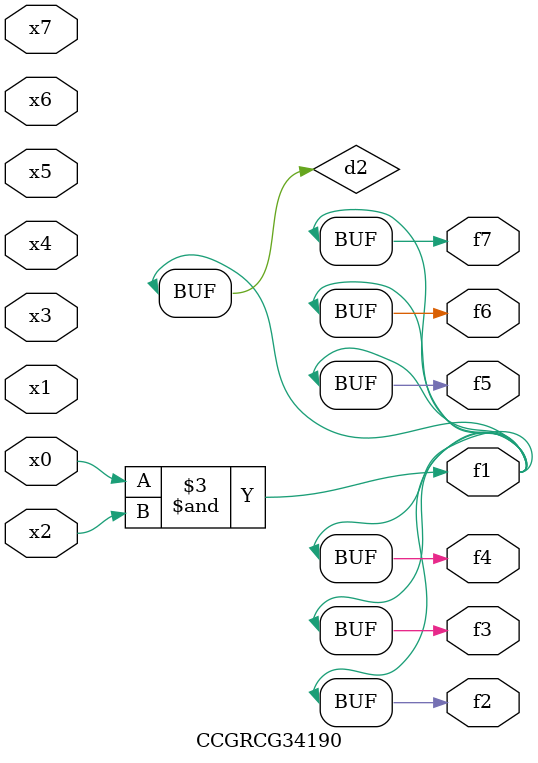
<source format=v>
module CCGRCG34190(
	input x0, x1, x2, x3, x4, x5, x6, x7,
	output f1, f2, f3, f4, f5, f6, f7
);

	wire d1, d2;

	nor (d1, x3, x6);
	and (d2, x0, x2);
	assign f1 = d2;
	assign f2 = d2;
	assign f3 = d2;
	assign f4 = d2;
	assign f5 = d2;
	assign f6 = d2;
	assign f7 = d2;
endmodule

</source>
